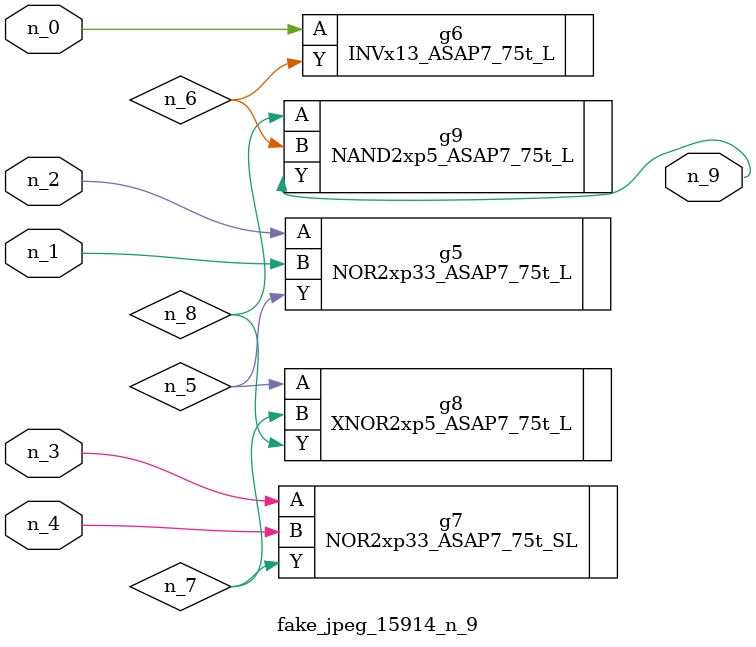
<source format=v>
module fake_jpeg_15914_n_9 (n_3, n_2, n_1, n_0, n_4, n_9);

input n_3;
input n_2;
input n_1;
input n_0;
input n_4;

output n_9;

wire n_8;
wire n_6;
wire n_5;
wire n_7;

NOR2xp33_ASAP7_75t_L g5 ( 
.A(n_2),
.B(n_1),
.Y(n_5)
);

INVx13_ASAP7_75t_L g6 ( 
.A(n_0),
.Y(n_6)
);

NOR2xp33_ASAP7_75t_SL g7 ( 
.A(n_3),
.B(n_4),
.Y(n_7)
);

XNOR2xp5_ASAP7_75t_L g8 ( 
.A(n_5),
.B(n_7),
.Y(n_8)
);

NAND2xp5_ASAP7_75t_L g9 ( 
.A(n_8),
.B(n_6),
.Y(n_9)
);


endmodule
</source>
